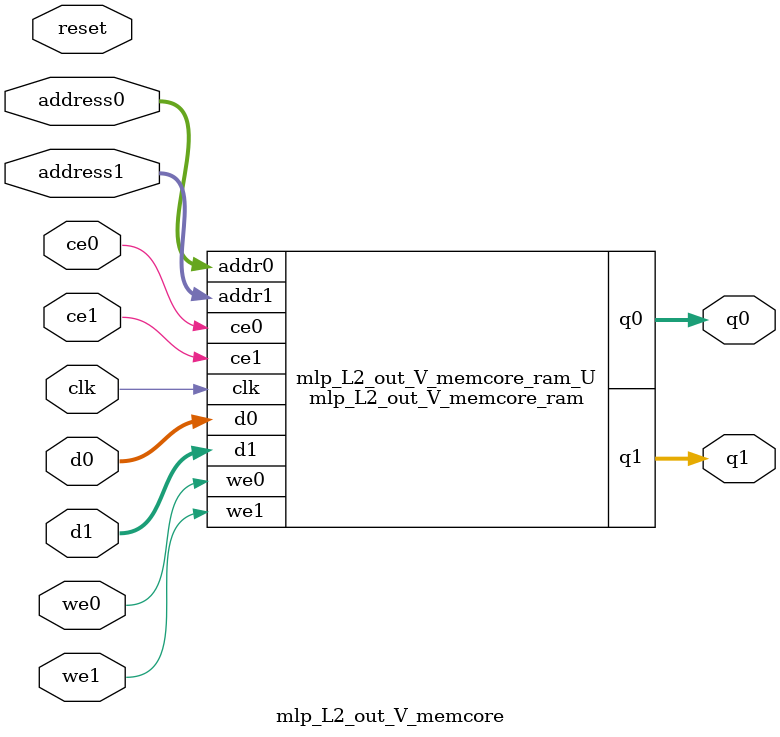
<source format=v>

`timescale 1 ns / 1 ps
module mlp_L2_out_V_memcore_ram (addr0, ce0, d0, we0, q0, addr1, ce1, d1, we1, q1,  clk);

parameter DWIDTH = 18;
parameter AWIDTH = 5;
parameter MEM_SIZE = 20;

input[AWIDTH-1:0] addr0;
input ce0;
input[DWIDTH-1:0] d0;
input we0;
output reg[DWIDTH-1:0] q0;
input[AWIDTH-1:0] addr1;
input ce1;
input[DWIDTH-1:0] d1;
input we1;
output reg[DWIDTH-1:0] q1;
input clk;

(* ram_style = "distributed" *)reg [DWIDTH-1:0] ram[0:MEM_SIZE-1];




always @(posedge clk)  
begin 
    if (ce0) 
    begin
        if (we0) 
        begin 
            ram[addr0] <= d0; 
            q0 <= d0;
        end 
        else 
            q0 <= ram[addr0];
    end
end


always @(posedge clk)  
begin 
    if (ce1) 
    begin
        if (we1) 
        begin 
            ram[addr1] <= d1; 
            q1 <= d1;
        end 
        else 
            q1 <= ram[addr1];
    end
end


endmodule


`timescale 1 ns / 1 ps
module mlp_L2_out_V_memcore(
    reset,
    clk,
    address0,
    ce0,
    we0,
    d0,
    q0,
    address1,
    ce1,
    we1,
    d1,
    q1);

parameter DataWidth = 32'd18;
parameter AddressRange = 32'd20;
parameter AddressWidth = 32'd5;
input reset;
input clk;
input[AddressWidth - 1:0] address0;
input ce0;
input we0;
input[DataWidth - 1:0] d0;
output[DataWidth - 1:0] q0;
input[AddressWidth - 1:0] address1;
input ce1;
input we1;
input[DataWidth - 1:0] d1;
output[DataWidth - 1:0] q1;



mlp_L2_out_V_memcore_ram mlp_L2_out_V_memcore_ram_U(
    .clk( clk ),
    .addr0( address0 ),
    .ce0( ce0 ),
    .we0( we0 ),
    .d0( d0 ),
    .q0( q0 ),
    .addr1( address1 ),
    .ce1( ce1 ),
    .we1( we1 ),
    .d1( d1 ),
    .q1( q1 ));

endmodule


</source>
